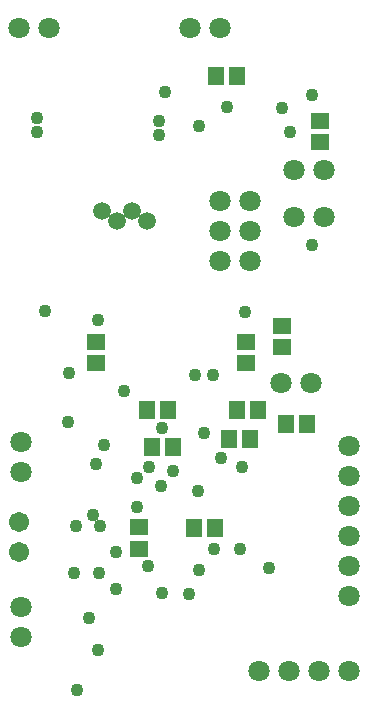
<source format=gbs>
G04*
G04 #@! TF.GenerationSoftware,Altium Limited,Altium Designer,19.0.10 (269)*
G04*
G04 Layer_Color=16711935*
%FSLAX24Y24*%
%MOIN*%
G70*
G01*
G75*
%ADD23R,0.0631X0.0552*%
%ADD24R,0.0552X0.0631*%
%ADD32C,0.0710*%
%ADD33C,0.0671*%
%ADD34C,0.0592*%
%ADD35C,0.0434*%
G54D23*
X8350Y11491D02*
D03*
Y12200D02*
D03*
X3370Y11481D02*
D03*
Y12190D02*
D03*
X9550Y12719D02*
D03*
Y12010D02*
D03*
X4800Y5300D02*
D03*
Y6009D02*
D03*
X10838Y19547D02*
D03*
Y18838D02*
D03*
G54D24*
X5770Y9910D02*
D03*
X5061D02*
D03*
X8060D02*
D03*
X8769D02*
D03*
X10390Y9464D02*
D03*
X9681D02*
D03*
X8500Y8950D02*
D03*
X7791D02*
D03*
X5929Y8680D02*
D03*
X5220D02*
D03*
X7320Y5990D02*
D03*
X6611D02*
D03*
X7359Y21063D02*
D03*
X8067D02*
D03*
G54D32*
X10961Y17913D02*
D03*
X9961D02*
D03*
X10540Y10830D02*
D03*
X9540D02*
D03*
X11790Y8720D02*
D03*
Y7720D02*
D03*
Y6720D02*
D03*
Y5720D02*
D03*
Y4720D02*
D03*
Y3720D02*
D03*
X865Y3341D02*
D03*
Y2341D02*
D03*
Y7858D02*
D03*
Y8858D02*
D03*
X7480Y16880D02*
D03*
X8480D02*
D03*
X7480Y15880D02*
D03*
X8480D02*
D03*
X7480Y14880D02*
D03*
X8480D02*
D03*
X6496Y22638D02*
D03*
X7496D02*
D03*
X807Y22663D02*
D03*
X1807D02*
D03*
X9961Y16339D02*
D03*
X10961D02*
D03*
X8790Y1230D02*
D03*
X9790D02*
D03*
X10790D02*
D03*
X11790D02*
D03*
G54D33*
X807Y5173D02*
D03*
Y6173D02*
D03*
G54D34*
X5070Y16235D02*
D03*
X4570Y16550D02*
D03*
X4070Y16235D02*
D03*
X3570Y16550D02*
D03*
G54D35*
X8220Y8020D02*
D03*
X5510Y7390D02*
D03*
X5930Y7890D02*
D03*
X5140Y8030D02*
D03*
X4740Y7640D02*
D03*
X7260Y11097D02*
D03*
X6660Y11100D02*
D03*
X6947Y9146D02*
D03*
X3350Y8120D02*
D03*
X6460Y3780D02*
D03*
X5560Y3820D02*
D03*
X2610Y4470D02*
D03*
X3490Y6040D02*
D03*
X2680Y6060D02*
D03*
X2460Y11160D02*
D03*
X5559Y9317D02*
D03*
X3620Y8739D02*
D03*
X2430Y9530D02*
D03*
X4040Y5173D02*
D03*
X3460Y4485D02*
D03*
X3440Y1930D02*
D03*
X4010Y3950D02*
D03*
X3110Y3000D02*
D03*
X5080Y4710D02*
D03*
X10547Y20430D02*
D03*
X9820Y19190D02*
D03*
X7510Y8320D02*
D03*
X6750Y7220D02*
D03*
X9550Y19990D02*
D03*
X6780Y19400D02*
D03*
X5450Y19070D02*
D03*
X1390Y19200D02*
D03*
X5450Y19540D02*
D03*
X7730Y20030D02*
D03*
X5670Y20530D02*
D03*
X1400Y19640D02*
D03*
X4720Y6680D02*
D03*
X8150Y5280D02*
D03*
X10575Y15410D02*
D03*
X3250Y6410D02*
D03*
X4280Y10560D02*
D03*
X1650Y13220D02*
D03*
X2740Y570D02*
D03*
X9129Y4640D02*
D03*
X6792Y4590D02*
D03*
X8340Y13181D02*
D03*
X3420Y12931D02*
D03*
X7300Y5280D02*
D03*
M02*

</source>
